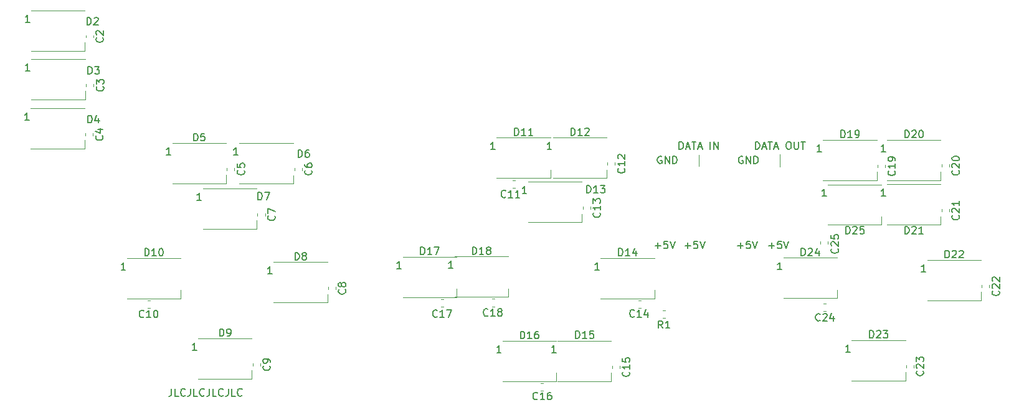
<source format=gbr>
G04 #@! TF.GenerationSoftware,KiCad,Pcbnew,(5.1.6)-1*
G04 #@! TF.CreationDate,2021-02-10T20:40:57+11:00*
G04 #@! TF.ProjectId,ELEC Panel Panel PCB V2,454c4543-2050-4616-9e65-6c2050616e65,rev?*
G04 #@! TF.SameCoordinates,Original*
G04 #@! TF.FileFunction,Legend,Top*
G04 #@! TF.FilePolarity,Positive*
%FSLAX46Y46*%
G04 Gerber Fmt 4.6, Leading zero omitted, Abs format (unit mm)*
G04 Created by KiCad (PCBNEW (5.1.6)-1) date 2021-02-10 20:40:57*
%MOMM*%
%LPD*%
G01*
G04 APERTURE LIST*
%ADD10C,0.150000*%
%ADD11C,0.120000*%
G04 APERTURE END LIST*
D10*
X50255952Y-149802380D02*
X50255952Y-150516666D01*
X50208333Y-150659523D01*
X50113095Y-150754761D01*
X49970238Y-150802380D01*
X49875000Y-150802380D01*
X51208333Y-150802380D02*
X50732142Y-150802380D01*
X50732142Y-149802380D01*
X52113095Y-150707142D02*
X52065476Y-150754761D01*
X51922619Y-150802380D01*
X51827380Y-150802380D01*
X51684523Y-150754761D01*
X51589285Y-150659523D01*
X51541666Y-150564285D01*
X51494047Y-150373809D01*
X51494047Y-150230952D01*
X51541666Y-150040476D01*
X51589285Y-149945238D01*
X51684523Y-149850000D01*
X51827380Y-149802380D01*
X51922619Y-149802380D01*
X52065476Y-149850000D01*
X52113095Y-149897619D01*
X52827380Y-149802380D02*
X52827380Y-150516666D01*
X52779761Y-150659523D01*
X52684523Y-150754761D01*
X52541666Y-150802380D01*
X52446428Y-150802380D01*
X53779761Y-150802380D02*
X53303571Y-150802380D01*
X53303571Y-149802380D01*
X54684523Y-150707142D02*
X54636904Y-150754761D01*
X54494047Y-150802380D01*
X54398809Y-150802380D01*
X54255952Y-150754761D01*
X54160714Y-150659523D01*
X54113095Y-150564285D01*
X54065476Y-150373809D01*
X54065476Y-150230952D01*
X54113095Y-150040476D01*
X54160714Y-149945238D01*
X54255952Y-149850000D01*
X54398809Y-149802380D01*
X54494047Y-149802380D01*
X54636904Y-149850000D01*
X54684523Y-149897619D01*
X55398809Y-149802380D02*
X55398809Y-150516666D01*
X55351190Y-150659523D01*
X55255952Y-150754761D01*
X55113095Y-150802380D01*
X55017857Y-150802380D01*
X56351190Y-150802380D02*
X55875000Y-150802380D01*
X55875000Y-149802380D01*
X57255952Y-150707142D02*
X57208333Y-150754761D01*
X57065476Y-150802380D01*
X56970238Y-150802380D01*
X56827380Y-150754761D01*
X56732142Y-150659523D01*
X56684523Y-150564285D01*
X56636904Y-150373809D01*
X56636904Y-150230952D01*
X56684523Y-150040476D01*
X56732142Y-149945238D01*
X56827380Y-149850000D01*
X56970238Y-149802380D01*
X57065476Y-149802380D01*
X57208333Y-149850000D01*
X57255952Y-149897619D01*
X57970238Y-149802380D02*
X57970238Y-150516666D01*
X57922619Y-150659523D01*
X57827380Y-150754761D01*
X57684523Y-150802380D01*
X57589285Y-150802380D01*
X58922619Y-150802380D02*
X58446428Y-150802380D01*
X58446428Y-149802380D01*
X59827380Y-150707142D02*
X59779761Y-150754761D01*
X59636904Y-150802380D01*
X59541666Y-150802380D01*
X59398809Y-150754761D01*
X59303571Y-150659523D01*
X59255952Y-150564285D01*
X59208333Y-150373809D01*
X59208333Y-150230952D01*
X59255952Y-150040476D01*
X59303571Y-149945238D01*
X59398809Y-149850000D01*
X59541666Y-149802380D01*
X59636904Y-149802380D01*
X59779761Y-149850000D01*
X59827380Y-149897619D01*
D11*
X132900000Y-119600000D02*
X132900000Y-117950000D01*
X121925000Y-118000000D02*
X121925000Y-119550000D01*
D10*
X129615476Y-117202380D02*
X129615476Y-116202380D01*
X129853571Y-116202380D01*
X129996428Y-116250000D01*
X130091666Y-116345238D01*
X130139285Y-116440476D01*
X130186904Y-116630952D01*
X130186904Y-116773809D01*
X130139285Y-116964285D01*
X130091666Y-117059523D01*
X129996428Y-117154761D01*
X129853571Y-117202380D01*
X129615476Y-117202380D01*
X130567857Y-116916666D02*
X131044047Y-116916666D01*
X130472619Y-117202380D02*
X130805952Y-116202380D01*
X131139285Y-117202380D01*
X131329761Y-116202380D02*
X131901190Y-116202380D01*
X131615476Y-117202380D02*
X131615476Y-116202380D01*
X132186904Y-116916666D02*
X132663095Y-116916666D01*
X132091666Y-117202380D02*
X132425000Y-116202380D01*
X132758333Y-117202380D01*
X134044047Y-116202380D02*
X134234523Y-116202380D01*
X134329761Y-116250000D01*
X134425000Y-116345238D01*
X134472619Y-116535714D01*
X134472619Y-116869047D01*
X134425000Y-117059523D01*
X134329761Y-117154761D01*
X134234523Y-117202380D01*
X134044047Y-117202380D01*
X133948809Y-117154761D01*
X133853571Y-117059523D01*
X133805952Y-116869047D01*
X133805952Y-116535714D01*
X133853571Y-116345238D01*
X133948809Y-116250000D01*
X134044047Y-116202380D01*
X134901190Y-116202380D02*
X134901190Y-117011904D01*
X134948809Y-117107142D01*
X134996428Y-117154761D01*
X135091666Y-117202380D01*
X135282142Y-117202380D01*
X135377380Y-117154761D01*
X135425000Y-117107142D01*
X135472619Y-117011904D01*
X135472619Y-116202380D01*
X135805952Y-116202380D02*
X136377380Y-116202380D01*
X136091666Y-117202380D02*
X136091666Y-116202380D01*
X127888095Y-118225000D02*
X127792857Y-118177380D01*
X127650000Y-118177380D01*
X127507142Y-118225000D01*
X127411904Y-118320238D01*
X127364285Y-118415476D01*
X127316666Y-118605952D01*
X127316666Y-118748809D01*
X127364285Y-118939285D01*
X127411904Y-119034523D01*
X127507142Y-119129761D01*
X127650000Y-119177380D01*
X127745238Y-119177380D01*
X127888095Y-119129761D01*
X127935714Y-119082142D01*
X127935714Y-118748809D01*
X127745238Y-118748809D01*
X128364285Y-119177380D02*
X128364285Y-118177380D01*
X128935714Y-119177380D01*
X128935714Y-118177380D01*
X129411904Y-119177380D02*
X129411904Y-118177380D01*
X129650000Y-118177380D01*
X129792857Y-118225000D01*
X129888095Y-118320238D01*
X129935714Y-118415476D01*
X129983333Y-118605952D01*
X129983333Y-118748809D01*
X129935714Y-118939285D01*
X129888095Y-119034523D01*
X129792857Y-119129761D01*
X129650000Y-119177380D01*
X129411904Y-119177380D01*
X131439285Y-130346428D02*
X132201190Y-130346428D01*
X131820238Y-130727380D02*
X131820238Y-129965476D01*
X133153571Y-129727380D02*
X132677380Y-129727380D01*
X132629761Y-130203571D01*
X132677380Y-130155952D01*
X132772619Y-130108333D01*
X133010714Y-130108333D01*
X133105952Y-130155952D01*
X133153571Y-130203571D01*
X133201190Y-130298809D01*
X133201190Y-130536904D01*
X133153571Y-130632142D01*
X133105952Y-130679761D01*
X133010714Y-130727380D01*
X132772619Y-130727380D01*
X132677380Y-130679761D01*
X132629761Y-130632142D01*
X133486904Y-129727380D02*
X133820238Y-130727380D01*
X134153571Y-129727380D01*
X127189285Y-130346428D02*
X127951190Y-130346428D01*
X127570238Y-130727380D02*
X127570238Y-129965476D01*
X128903571Y-129727380D02*
X128427380Y-129727380D01*
X128379761Y-130203571D01*
X128427380Y-130155952D01*
X128522619Y-130108333D01*
X128760714Y-130108333D01*
X128855952Y-130155952D01*
X128903571Y-130203571D01*
X128951190Y-130298809D01*
X128951190Y-130536904D01*
X128903571Y-130632142D01*
X128855952Y-130679761D01*
X128760714Y-130727380D01*
X128522619Y-130727380D01*
X128427380Y-130679761D01*
X128379761Y-130632142D01*
X129236904Y-129727380D02*
X129570238Y-130727380D01*
X129903571Y-129727380D01*
X120039285Y-130346428D02*
X120801190Y-130346428D01*
X120420238Y-130727380D02*
X120420238Y-129965476D01*
X121753571Y-129727380D02*
X121277380Y-129727380D01*
X121229761Y-130203571D01*
X121277380Y-130155952D01*
X121372619Y-130108333D01*
X121610714Y-130108333D01*
X121705952Y-130155952D01*
X121753571Y-130203571D01*
X121801190Y-130298809D01*
X121801190Y-130536904D01*
X121753571Y-130632142D01*
X121705952Y-130679761D01*
X121610714Y-130727380D01*
X121372619Y-130727380D01*
X121277380Y-130679761D01*
X121229761Y-130632142D01*
X122086904Y-129727380D02*
X122420238Y-130727380D01*
X122753571Y-129727380D01*
X115964285Y-130346428D02*
X116726190Y-130346428D01*
X116345238Y-130727380D02*
X116345238Y-129965476D01*
X117678571Y-129727380D02*
X117202380Y-129727380D01*
X117154761Y-130203571D01*
X117202380Y-130155952D01*
X117297619Y-130108333D01*
X117535714Y-130108333D01*
X117630952Y-130155952D01*
X117678571Y-130203571D01*
X117726190Y-130298809D01*
X117726190Y-130536904D01*
X117678571Y-130632142D01*
X117630952Y-130679761D01*
X117535714Y-130727380D01*
X117297619Y-130727380D01*
X117202380Y-130679761D01*
X117154761Y-130632142D01*
X118011904Y-129727380D02*
X118345238Y-130727380D01*
X118678571Y-129727380D01*
X116863095Y-118225000D02*
X116767857Y-118177380D01*
X116625000Y-118177380D01*
X116482142Y-118225000D01*
X116386904Y-118320238D01*
X116339285Y-118415476D01*
X116291666Y-118605952D01*
X116291666Y-118748809D01*
X116339285Y-118939285D01*
X116386904Y-119034523D01*
X116482142Y-119129761D01*
X116625000Y-119177380D01*
X116720238Y-119177380D01*
X116863095Y-119129761D01*
X116910714Y-119082142D01*
X116910714Y-118748809D01*
X116720238Y-118748809D01*
X117339285Y-119177380D02*
X117339285Y-118177380D01*
X117910714Y-119177380D01*
X117910714Y-118177380D01*
X118386904Y-119177380D02*
X118386904Y-118177380D01*
X118625000Y-118177380D01*
X118767857Y-118225000D01*
X118863095Y-118320238D01*
X118910714Y-118415476D01*
X118958333Y-118605952D01*
X118958333Y-118748809D01*
X118910714Y-118939285D01*
X118863095Y-119034523D01*
X118767857Y-119129761D01*
X118625000Y-119177380D01*
X118386904Y-119177380D01*
X119257142Y-117202380D02*
X119257142Y-116202380D01*
X119495238Y-116202380D01*
X119638095Y-116250000D01*
X119733333Y-116345238D01*
X119780952Y-116440476D01*
X119828571Y-116630952D01*
X119828571Y-116773809D01*
X119780952Y-116964285D01*
X119733333Y-117059523D01*
X119638095Y-117154761D01*
X119495238Y-117202380D01*
X119257142Y-117202380D01*
X120209523Y-116916666D02*
X120685714Y-116916666D01*
X120114285Y-117202380D02*
X120447619Y-116202380D01*
X120780952Y-117202380D01*
X120971428Y-116202380D02*
X121542857Y-116202380D01*
X121257142Y-117202380D02*
X121257142Y-116202380D01*
X121828571Y-116916666D02*
X122304761Y-116916666D01*
X121733333Y-117202380D02*
X122066666Y-116202380D01*
X122400000Y-117202380D01*
X123495238Y-117202380D02*
X123495238Y-116202380D01*
X123971428Y-117202380D02*
X123971428Y-116202380D01*
X124542857Y-117202380D01*
X124542857Y-116202380D01*
D11*
G04 #@! TO.C,C25*
X138470000Y-130102779D02*
X138470000Y-129777221D01*
X139490000Y-130102779D02*
X139490000Y-129777221D01*
G04 #@! TO.C,C24*
X139220279Y-139210000D02*
X138894721Y-139210000D01*
X139220279Y-138190000D02*
X138894721Y-138190000D01*
G04 #@! TO.C,C23*
X151110000Y-146589221D02*
X151110000Y-146914779D01*
X150090000Y-146589221D02*
X150090000Y-146914779D01*
G04 #@! TO.C,C22*
X161420000Y-135707221D02*
X161420000Y-136032779D01*
X160400000Y-135707221D02*
X160400000Y-136032779D01*
G04 #@! TO.C,C21*
X155960000Y-125399221D02*
X155960000Y-125724779D01*
X154940000Y-125399221D02*
X154940000Y-125724779D01*
G04 #@! TO.C,C20*
X155960000Y-119299221D02*
X155960000Y-119624779D01*
X154940000Y-119299221D02*
X154940000Y-119624779D01*
G04 #@! TO.C,R1*
X117352779Y-140190000D02*
X117027221Y-140190000D01*
X117352779Y-139170000D02*
X117027221Y-139170000D01*
G04 #@! TO.C,C19*
X147260000Y-119349221D02*
X147260000Y-119674779D01*
X146240000Y-119349221D02*
X146240000Y-119674779D01*
G04 #@! TO.C,C18*
X93849721Y-137590000D02*
X94175279Y-137590000D01*
X93849721Y-138610000D02*
X94175279Y-138610000D01*
G04 #@! TO.C,C17*
X86849721Y-137640000D02*
X87175279Y-137640000D01*
X86849721Y-138660000D02*
X87175279Y-138660000D01*
G04 #@! TO.C,C16*
X100399221Y-149090000D02*
X100724779Y-149090000D01*
X100399221Y-150110000D02*
X100724779Y-150110000D01*
G04 #@! TO.C,C15*
X111160000Y-146699221D02*
X111160000Y-147024779D01*
X110140000Y-146699221D02*
X110140000Y-147024779D01*
G04 #@! TO.C,C14*
X113737221Y-137790000D02*
X114062779Y-137790000D01*
X113737221Y-138810000D02*
X114062779Y-138810000D01*
G04 #@! TO.C,C13*
X107160000Y-125049221D02*
X107160000Y-125374779D01*
X106140000Y-125049221D02*
X106140000Y-125374779D01*
G04 #@! TO.C,C12*
X110510000Y-119025221D02*
X110510000Y-119350779D01*
X109490000Y-119025221D02*
X109490000Y-119350779D01*
G04 #@! TO.C,C11*
X96649721Y-121490000D02*
X96975279Y-121490000D01*
X96649721Y-122510000D02*
X96975279Y-122510000D01*
G04 #@! TO.C,C10*
X46999721Y-137840000D02*
X47325279Y-137840000D01*
X46999721Y-138860000D02*
X47325279Y-138860000D01*
G04 #@! TO.C,C9*
X62310000Y-146375221D02*
X62310000Y-146700779D01*
X61290000Y-146375221D02*
X61290000Y-146700779D01*
G04 #@! TO.C,C8*
X72560000Y-135975221D02*
X72560000Y-136300779D01*
X71540000Y-135975221D02*
X71540000Y-136300779D01*
G04 #@! TO.C,C7*
X62960000Y-125949221D02*
X62960000Y-126274779D01*
X61940000Y-125949221D02*
X61940000Y-126274779D01*
G04 #@! TO.C,C6*
X67960000Y-119749221D02*
X67960000Y-120074779D01*
X66940000Y-119749221D02*
X66940000Y-120074779D01*
G04 #@! TO.C,C5*
X58810000Y-119749221D02*
X58810000Y-120074779D01*
X57790000Y-119749221D02*
X57790000Y-120074779D01*
G04 #@! TO.C,C4*
X39560000Y-115049221D02*
X39560000Y-115374779D01*
X38540000Y-115049221D02*
X38540000Y-115374779D01*
G04 #@! TO.C,C3*
X39660000Y-108349221D02*
X39660000Y-108674779D01*
X38640000Y-108349221D02*
X38640000Y-108674779D01*
G04 #@! TO.C,C2*
X39610000Y-101699221D02*
X39610000Y-102024779D01*
X38590000Y-101699221D02*
X38590000Y-102024779D01*
G04 #@! TO.C,D25*
X139467000Y-122015000D02*
X146767000Y-122015000D01*
X139467000Y-127515000D02*
X146767000Y-127515000D01*
X146767000Y-127515000D02*
X146767000Y-126365000D01*
G04 #@! TO.C,D24*
X133422000Y-131997000D02*
X140722000Y-131997000D01*
X133422000Y-137497000D02*
X140722000Y-137497000D01*
X140722000Y-137497000D02*
X140722000Y-136347000D01*
G04 #@! TO.C,D23*
X142705000Y-143198000D02*
X150005000Y-143198000D01*
X142705000Y-148698000D02*
X150005000Y-148698000D01*
X150005000Y-148698000D02*
X150005000Y-147548000D01*
G04 #@! TO.C,D22*
X152980000Y-132302000D02*
X160280000Y-132302000D01*
X152980000Y-137802000D02*
X160280000Y-137802000D01*
X160280000Y-137802000D02*
X160280000Y-136652000D01*
G04 #@! TO.C,D21*
X147517000Y-121989000D02*
X154817000Y-121989000D01*
X147517000Y-127489000D02*
X154817000Y-127489000D01*
X154817000Y-127489000D02*
X154817000Y-126339000D01*
G04 #@! TO.C,D20*
X147505000Y-115944000D02*
X154805000Y-115944000D01*
X147505000Y-121444000D02*
X154805000Y-121444000D01*
X154805000Y-121444000D02*
X154805000Y-120294000D01*
G04 #@! TO.C,D19*
X138805000Y-115944000D02*
X146105000Y-115944000D01*
X138805000Y-121444000D02*
X146105000Y-121444000D01*
X146105000Y-121444000D02*
X146105000Y-120294000D01*
G04 #@! TO.C,D18*
X88718200Y-131819000D02*
X96018200Y-131819000D01*
X88718200Y-137319000D02*
X96018200Y-137319000D01*
X96018200Y-137319000D02*
X96018200Y-136169000D01*
G04 #@! TO.C,D17*
X81680200Y-131844000D02*
X88980200Y-131844000D01*
X81680200Y-137344000D02*
X88980200Y-137344000D01*
X88980200Y-137344000D02*
X88980200Y-136194000D01*
G04 #@! TO.C,D16*
X95243800Y-143300000D02*
X102543800Y-143300000D01*
X95243800Y-148800000D02*
X102543800Y-148800000D01*
X102543800Y-148800000D02*
X102543800Y-147650000D01*
G04 #@! TO.C,D15*
X102714000Y-143274000D02*
X110014000Y-143274000D01*
X102714000Y-148774000D02*
X110014000Y-148774000D01*
X110014000Y-148774000D02*
X110014000Y-147624000D01*
G04 #@! TO.C,D14*
X108593000Y-132022000D02*
X115893000Y-132022000D01*
X108593000Y-137522000D02*
X115893000Y-137522000D01*
X115893000Y-137522000D02*
X115893000Y-136372000D01*
G04 #@! TO.C,D13*
X98726000Y-121659000D02*
X106026000Y-121659000D01*
X98726000Y-127159000D02*
X106026000Y-127159000D01*
X106026000Y-127159000D02*
X106026000Y-126009000D01*
G04 #@! TO.C,D12*
X102104000Y-115639000D02*
X109404000Y-115639000D01*
X102104000Y-121139000D02*
X109404000Y-121139000D01*
X109404000Y-121139000D02*
X109404000Y-119989000D01*
G04 #@! TO.C,D11*
X94444800Y-115639000D02*
X101744800Y-115639000D01*
X94444800Y-121139000D02*
X101744800Y-121139000D01*
X101744800Y-121139000D02*
X101744800Y-119989000D01*
G04 #@! TO.C,D10*
X44192000Y-132022000D02*
X51492000Y-132022000D01*
X44192000Y-137522000D02*
X51492000Y-137522000D01*
X51492000Y-137522000D02*
X51492000Y-136372000D01*
G04 #@! TO.C,D9*
X53869400Y-142970000D02*
X61169400Y-142970000D01*
X53869400Y-148470000D02*
X61169400Y-148470000D01*
X61169400Y-148470000D02*
X61169400Y-147320000D01*
G04 #@! TO.C,D8*
X64131000Y-132581000D02*
X71431000Y-132581000D01*
X64131000Y-138081000D02*
X71431000Y-138081000D01*
X71431000Y-138081000D02*
X71431000Y-136931000D01*
G04 #@! TO.C,D7*
X54516000Y-122548000D02*
X61816000Y-122548000D01*
X54516000Y-128048000D02*
X61816000Y-128048000D01*
X61816000Y-128048000D02*
X61816000Y-126898000D01*
G04 #@! TO.C,D6*
X59480600Y-116401000D02*
X66780600Y-116401000D01*
X59480600Y-121901000D02*
X66780600Y-121901000D01*
X66780600Y-121901000D02*
X66780600Y-120751000D01*
G04 #@! TO.C,D5*
X50350400Y-116351000D02*
X57650400Y-116351000D01*
X50350400Y-121851000D02*
X57650400Y-121851000D01*
X57650400Y-121851000D02*
X57650400Y-120701000D01*
G04 #@! TO.C,D4*
X31111000Y-111652000D02*
X38411000Y-111652000D01*
X31111000Y-117152000D02*
X38411000Y-117152000D01*
X38411000Y-117152000D02*
X38411000Y-116002000D01*
G04 #@! TO.C,D3*
X31198800Y-104946000D02*
X38498800Y-104946000D01*
X31198800Y-110446000D02*
X38498800Y-110446000D01*
X38498800Y-110446000D02*
X38498800Y-109296000D01*
G04 #@! TO.C,D2*
X31173400Y-98317000D02*
X38473400Y-98317000D01*
X31173400Y-103817000D02*
X38473400Y-103817000D01*
X38473400Y-103817000D02*
X38473400Y-102667000D01*
G04 #@! TO.C,C25*
D10*
X140807142Y-130742857D02*
X140854761Y-130790476D01*
X140902380Y-130933333D01*
X140902380Y-131028571D01*
X140854761Y-131171428D01*
X140759523Y-131266666D01*
X140664285Y-131314285D01*
X140473809Y-131361904D01*
X140330952Y-131361904D01*
X140140476Y-131314285D01*
X140045238Y-131266666D01*
X139950000Y-131171428D01*
X139902380Y-131028571D01*
X139902380Y-130933333D01*
X139950000Y-130790476D01*
X139997619Y-130742857D01*
X139997619Y-130361904D02*
X139950000Y-130314285D01*
X139902380Y-130219047D01*
X139902380Y-129980952D01*
X139950000Y-129885714D01*
X139997619Y-129838095D01*
X140092857Y-129790476D01*
X140188095Y-129790476D01*
X140330952Y-129838095D01*
X140902380Y-130409523D01*
X140902380Y-129790476D01*
X139902380Y-128885714D02*
X139902380Y-129361904D01*
X140378571Y-129409523D01*
X140330952Y-129361904D01*
X140283333Y-129266666D01*
X140283333Y-129028571D01*
X140330952Y-128933333D01*
X140378571Y-128885714D01*
X140473809Y-128838095D01*
X140711904Y-128838095D01*
X140807142Y-128885714D01*
X140854761Y-128933333D01*
X140902380Y-129028571D01*
X140902380Y-129266666D01*
X140854761Y-129361904D01*
X140807142Y-129409523D01*
G04 #@! TO.C,C24*
X138414642Y-140487142D02*
X138367023Y-140534761D01*
X138224166Y-140582380D01*
X138128928Y-140582380D01*
X137986071Y-140534761D01*
X137890833Y-140439523D01*
X137843214Y-140344285D01*
X137795595Y-140153809D01*
X137795595Y-140010952D01*
X137843214Y-139820476D01*
X137890833Y-139725238D01*
X137986071Y-139630000D01*
X138128928Y-139582380D01*
X138224166Y-139582380D01*
X138367023Y-139630000D01*
X138414642Y-139677619D01*
X138795595Y-139677619D02*
X138843214Y-139630000D01*
X138938452Y-139582380D01*
X139176547Y-139582380D01*
X139271785Y-139630000D01*
X139319404Y-139677619D01*
X139367023Y-139772857D01*
X139367023Y-139868095D01*
X139319404Y-140010952D01*
X138747976Y-140582380D01*
X139367023Y-140582380D01*
X140224166Y-139915714D02*
X140224166Y-140582380D01*
X139986071Y-139534761D02*
X139747976Y-140249047D01*
X140367023Y-140249047D01*
G04 #@! TO.C,C23*
X152387142Y-147394857D02*
X152434761Y-147442476D01*
X152482380Y-147585333D01*
X152482380Y-147680571D01*
X152434761Y-147823428D01*
X152339523Y-147918666D01*
X152244285Y-147966285D01*
X152053809Y-148013904D01*
X151910952Y-148013904D01*
X151720476Y-147966285D01*
X151625238Y-147918666D01*
X151530000Y-147823428D01*
X151482380Y-147680571D01*
X151482380Y-147585333D01*
X151530000Y-147442476D01*
X151577619Y-147394857D01*
X151577619Y-147013904D02*
X151530000Y-146966285D01*
X151482380Y-146871047D01*
X151482380Y-146632952D01*
X151530000Y-146537714D01*
X151577619Y-146490095D01*
X151672857Y-146442476D01*
X151768095Y-146442476D01*
X151910952Y-146490095D01*
X152482380Y-147061523D01*
X152482380Y-146442476D01*
X151482380Y-146109142D02*
X151482380Y-145490095D01*
X151863333Y-145823428D01*
X151863333Y-145680571D01*
X151910952Y-145585333D01*
X151958571Y-145537714D01*
X152053809Y-145490095D01*
X152291904Y-145490095D01*
X152387142Y-145537714D01*
X152434761Y-145585333D01*
X152482380Y-145680571D01*
X152482380Y-145966285D01*
X152434761Y-146061523D01*
X152387142Y-146109142D01*
G04 #@! TO.C,C22*
X162697142Y-136512857D02*
X162744761Y-136560476D01*
X162792380Y-136703333D01*
X162792380Y-136798571D01*
X162744761Y-136941428D01*
X162649523Y-137036666D01*
X162554285Y-137084285D01*
X162363809Y-137131904D01*
X162220952Y-137131904D01*
X162030476Y-137084285D01*
X161935238Y-137036666D01*
X161840000Y-136941428D01*
X161792380Y-136798571D01*
X161792380Y-136703333D01*
X161840000Y-136560476D01*
X161887619Y-136512857D01*
X161887619Y-136131904D02*
X161840000Y-136084285D01*
X161792380Y-135989047D01*
X161792380Y-135750952D01*
X161840000Y-135655714D01*
X161887619Y-135608095D01*
X161982857Y-135560476D01*
X162078095Y-135560476D01*
X162220952Y-135608095D01*
X162792380Y-136179523D01*
X162792380Y-135560476D01*
X161887619Y-135179523D02*
X161840000Y-135131904D01*
X161792380Y-135036666D01*
X161792380Y-134798571D01*
X161840000Y-134703333D01*
X161887619Y-134655714D01*
X161982857Y-134608095D01*
X162078095Y-134608095D01*
X162220952Y-134655714D01*
X162792380Y-135227142D01*
X162792380Y-134608095D01*
G04 #@! TO.C,C21*
X157237142Y-126204857D02*
X157284761Y-126252476D01*
X157332380Y-126395333D01*
X157332380Y-126490571D01*
X157284761Y-126633428D01*
X157189523Y-126728666D01*
X157094285Y-126776285D01*
X156903809Y-126823904D01*
X156760952Y-126823904D01*
X156570476Y-126776285D01*
X156475238Y-126728666D01*
X156380000Y-126633428D01*
X156332380Y-126490571D01*
X156332380Y-126395333D01*
X156380000Y-126252476D01*
X156427619Y-126204857D01*
X156427619Y-125823904D02*
X156380000Y-125776285D01*
X156332380Y-125681047D01*
X156332380Y-125442952D01*
X156380000Y-125347714D01*
X156427619Y-125300095D01*
X156522857Y-125252476D01*
X156618095Y-125252476D01*
X156760952Y-125300095D01*
X157332380Y-125871523D01*
X157332380Y-125252476D01*
X157332380Y-124300095D02*
X157332380Y-124871523D01*
X157332380Y-124585809D02*
X156332380Y-124585809D01*
X156475238Y-124681047D01*
X156570476Y-124776285D01*
X156618095Y-124871523D01*
G04 #@! TO.C,C20*
X157237142Y-120104857D02*
X157284761Y-120152476D01*
X157332380Y-120295333D01*
X157332380Y-120390571D01*
X157284761Y-120533428D01*
X157189523Y-120628666D01*
X157094285Y-120676285D01*
X156903809Y-120723904D01*
X156760952Y-120723904D01*
X156570476Y-120676285D01*
X156475238Y-120628666D01*
X156380000Y-120533428D01*
X156332380Y-120390571D01*
X156332380Y-120295333D01*
X156380000Y-120152476D01*
X156427619Y-120104857D01*
X156427619Y-119723904D02*
X156380000Y-119676285D01*
X156332380Y-119581047D01*
X156332380Y-119342952D01*
X156380000Y-119247714D01*
X156427619Y-119200095D01*
X156522857Y-119152476D01*
X156618095Y-119152476D01*
X156760952Y-119200095D01*
X157332380Y-119771523D01*
X157332380Y-119152476D01*
X156332380Y-118533428D02*
X156332380Y-118438190D01*
X156380000Y-118342952D01*
X156427619Y-118295333D01*
X156522857Y-118247714D01*
X156713333Y-118200095D01*
X156951428Y-118200095D01*
X157141904Y-118247714D01*
X157237142Y-118295333D01*
X157284761Y-118342952D01*
X157332380Y-118438190D01*
X157332380Y-118533428D01*
X157284761Y-118628666D01*
X157237142Y-118676285D01*
X157141904Y-118723904D01*
X156951428Y-118771523D01*
X156713333Y-118771523D01*
X156522857Y-118723904D01*
X156427619Y-118676285D01*
X156380000Y-118628666D01*
X156332380Y-118533428D01*
G04 #@! TO.C,R1*
X117023333Y-141562380D02*
X116690000Y-141086190D01*
X116451904Y-141562380D02*
X116451904Y-140562380D01*
X116832857Y-140562380D01*
X116928095Y-140610000D01*
X116975714Y-140657619D01*
X117023333Y-140752857D01*
X117023333Y-140895714D01*
X116975714Y-140990952D01*
X116928095Y-141038571D01*
X116832857Y-141086190D01*
X116451904Y-141086190D01*
X117975714Y-141562380D02*
X117404285Y-141562380D01*
X117690000Y-141562380D02*
X117690000Y-140562380D01*
X117594761Y-140705238D01*
X117499523Y-140800476D01*
X117404285Y-140848095D01*
G04 #@! TO.C,C19*
X148537142Y-120154857D02*
X148584761Y-120202476D01*
X148632380Y-120345333D01*
X148632380Y-120440571D01*
X148584761Y-120583428D01*
X148489523Y-120678666D01*
X148394285Y-120726285D01*
X148203809Y-120773904D01*
X148060952Y-120773904D01*
X147870476Y-120726285D01*
X147775238Y-120678666D01*
X147680000Y-120583428D01*
X147632380Y-120440571D01*
X147632380Y-120345333D01*
X147680000Y-120202476D01*
X147727619Y-120154857D01*
X148632380Y-119202476D02*
X148632380Y-119773904D01*
X148632380Y-119488190D02*
X147632380Y-119488190D01*
X147775238Y-119583428D01*
X147870476Y-119678666D01*
X147918095Y-119773904D01*
X148632380Y-118726285D02*
X148632380Y-118535809D01*
X148584761Y-118440571D01*
X148537142Y-118392952D01*
X148394285Y-118297714D01*
X148203809Y-118250095D01*
X147822857Y-118250095D01*
X147727619Y-118297714D01*
X147680000Y-118345333D01*
X147632380Y-118440571D01*
X147632380Y-118631047D01*
X147680000Y-118726285D01*
X147727619Y-118773904D01*
X147822857Y-118821523D01*
X148060952Y-118821523D01*
X148156190Y-118773904D01*
X148203809Y-118726285D01*
X148251428Y-118631047D01*
X148251428Y-118440571D01*
X148203809Y-118345333D01*
X148156190Y-118297714D01*
X148060952Y-118250095D01*
G04 #@! TO.C,C18*
X93257142Y-139832142D02*
X93209523Y-139879761D01*
X93066666Y-139927380D01*
X92971428Y-139927380D01*
X92828571Y-139879761D01*
X92733333Y-139784523D01*
X92685714Y-139689285D01*
X92638095Y-139498809D01*
X92638095Y-139355952D01*
X92685714Y-139165476D01*
X92733333Y-139070238D01*
X92828571Y-138975000D01*
X92971428Y-138927380D01*
X93066666Y-138927380D01*
X93209523Y-138975000D01*
X93257142Y-139022619D01*
X94209523Y-139927380D02*
X93638095Y-139927380D01*
X93923809Y-139927380D02*
X93923809Y-138927380D01*
X93828571Y-139070238D01*
X93733333Y-139165476D01*
X93638095Y-139213095D01*
X94780952Y-139355952D02*
X94685714Y-139308333D01*
X94638095Y-139260714D01*
X94590476Y-139165476D01*
X94590476Y-139117857D01*
X94638095Y-139022619D01*
X94685714Y-138975000D01*
X94780952Y-138927380D01*
X94971428Y-138927380D01*
X95066666Y-138975000D01*
X95114285Y-139022619D01*
X95161904Y-139117857D01*
X95161904Y-139165476D01*
X95114285Y-139260714D01*
X95066666Y-139308333D01*
X94971428Y-139355952D01*
X94780952Y-139355952D01*
X94685714Y-139403571D01*
X94638095Y-139451190D01*
X94590476Y-139546428D01*
X94590476Y-139736904D01*
X94638095Y-139832142D01*
X94685714Y-139879761D01*
X94780952Y-139927380D01*
X94971428Y-139927380D01*
X95066666Y-139879761D01*
X95114285Y-139832142D01*
X95161904Y-139736904D01*
X95161904Y-139546428D01*
X95114285Y-139451190D01*
X95066666Y-139403571D01*
X94971428Y-139355952D01*
G04 #@! TO.C,C17*
X86357142Y-139982142D02*
X86309523Y-140029761D01*
X86166666Y-140077380D01*
X86071428Y-140077380D01*
X85928571Y-140029761D01*
X85833333Y-139934523D01*
X85785714Y-139839285D01*
X85738095Y-139648809D01*
X85738095Y-139505952D01*
X85785714Y-139315476D01*
X85833333Y-139220238D01*
X85928571Y-139125000D01*
X86071428Y-139077380D01*
X86166666Y-139077380D01*
X86309523Y-139125000D01*
X86357142Y-139172619D01*
X87309523Y-140077380D02*
X86738095Y-140077380D01*
X87023809Y-140077380D02*
X87023809Y-139077380D01*
X86928571Y-139220238D01*
X86833333Y-139315476D01*
X86738095Y-139363095D01*
X87642857Y-139077380D02*
X88309523Y-139077380D01*
X87880952Y-140077380D01*
G04 #@! TO.C,C16*
X100006642Y-151207142D02*
X99959023Y-151254761D01*
X99816166Y-151302380D01*
X99720928Y-151302380D01*
X99578071Y-151254761D01*
X99482833Y-151159523D01*
X99435214Y-151064285D01*
X99387595Y-150873809D01*
X99387595Y-150730952D01*
X99435214Y-150540476D01*
X99482833Y-150445238D01*
X99578071Y-150350000D01*
X99720928Y-150302380D01*
X99816166Y-150302380D01*
X99959023Y-150350000D01*
X100006642Y-150397619D01*
X100959023Y-151302380D02*
X100387595Y-151302380D01*
X100673309Y-151302380D02*
X100673309Y-150302380D01*
X100578071Y-150445238D01*
X100482833Y-150540476D01*
X100387595Y-150588095D01*
X101816166Y-150302380D02*
X101625690Y-150302380D01*
X101530452Y-150350000D01*
X101482833Y-150397619D01*
X101387595Y-150540476D01*
X101339976Y-150730952D01*
X101339976Y-151111904D01*
X101387595Y-151207142D01*
X101435214Y-151254761D01*
X101530452Y-151302380D01*
X101720928Y-151302380D01*
X101816166Y-151254761D01*
X101863785Y-151207142D01*
X101911404Y-151111904D01*
X101911404Y-150873809D01*
X101863785Y-150778571D01*
X101816166Y-150730952D01*
X101720928Y-150683333D01*
X101530452Y-150683333D01*
X101435214Y-150730952D01*
X101387595Y-150778571D01*
X101339976Y-150873809D01*
G04 #@! TO.C,C15*
X112437142Y-147504857D02*
X112484761Y-147552476D01*
X112532380Y-147695333D01*
X112532380Y-147790571D01*
X112484761Y-147933428D01*
X112389523Y-148028666D01*
X112294285Y-148076285D01*
X112103809Y-148123904D01*
X111960952Y-148123904D01*
X111770476Y-148076285D01*
X111675238Y-148028666D01*
X111580000Y-147933428D01*
X111532380Y-147790571D01*
X111532380Y-147695333D01*
X111580000Y-147552476D01*
X111627619Y-147504857D01*
X112532380Y-146552476D02*
X112532380Y-147123904D01*
X112532380Y-146838190D02*
X111532380Y-146838190D01*
X111675238Y-146933428D01*
X111770476Y-147028666D01*
X111818095Y-147123904D01*
X111532380Y-145647714D02*
X111532380Y-146123904D01*
X112008571Y-146171523D01*
X111960952Y-146123904D01*
X111913333Y-146028666D01*
X111913333Y-145790571D01*
X111960952Y-145695333D01*
X112008571Y-145647714D01*
X112103809Y-145600095D01*
X112341904Y-145600095D01*
X112437142Y-145647714D01*
X112484761Y-145695333D01*
X112532380Y-145790571D01*
X112532380Y-146028666D01*
X112484761Y-146123904D01*
X112437142Y-146171523D01*
G04 #@! TO.C,C14*
X113157142Y-139957142D02*
X113109523Y-140004761D01*
X112966666Y-140052380D01*
X112871428Y-140052380D01*
X112728571Y-140004761D01*
X112633333Y-139909523D01*
X112585714Y-139814285D01*
X112538095Y-139623809D01*
X112538095Y-139480952D01*
X112585714Y-139290476D01*
X112633333Y-139195238D01*
X112728571Y-139100000D01*
X112871428Y-139052380D01*
X112966666Y-139052380D01*
X113109523Y-139100000D01*
X113157142Y-139147619D01*
X114109523Y-140052380D02*
X113538095Y-140052380D01*
X113823809Y-140052380D02*
X113823809Y-139052380D01*
X113728571Y-139195238D01*
X113633333Y-139290476D01*
X113538095Y-139338095D01*
X114966666Y-139385714D02*
X114966666Y-140052380D01*
X114728571Y-139004761D02*
X114490476Y-139719047D01*
X115109523Y-139719047D01*
G04 #@! TO.C,C13*
X108437142Y-125854857D02*
X108484761Y-125902476D01*
X108532380Y-126045333D01*
X108532380Y-126140571D01*
X108484761Y-126283428D01*
X108389523Y-126378666D01*
X108294285Y-126426285D01*
X108103809Y-126473904D01*
X107960952Y-126473904D01*
X107770476Y-126426285D01*
X107675238Y-126378666D01*
X107580000Y-126283428D01*
X107532380Y-126140571D01*
X107532380Y-126045333D01*
X107580000Y-125902476D01*
X107627619Y-125854857D01*
X108532380Y-124902476D02*
X108532380Y-125473904D01*
X108532380Y-125188190D02*
X107532380Y-125188190D01*
X107675238Y-125283428D01*
X107770476Y-125378666D01*
X107818095Y-125473904D01*
X107532380Y-124569142D02*
X107532380Y-123950095D01*
X107913333Y-124283428D01*
X107913333Y-124140571D01*
X107960952Y-124045333D01*
X108008571Y-123997714D01*
X108103809Y-123950095D01*
X108341904Y-123950095D01*
X108437142Y-123997714D01*
X108484761Y-124045333D01*
X108532380Y-124140571D01*
X108532380Y-124426285D01*
X108484761Y-124521523D01*
X108437142Y-124569142D01*
G04 #@! TO.C,C12*
X111787142Y-119830857D02*
X111834761Y-119878476D01*
X111882380Y-120021333D01*
X111882380Y-120116571D01*
X111834761Y-120259428D01*
X111739523Y-120354666D01*
X111644285Y-120402285D01*
X111453809Y-120449904D01*
X111310952Y-120449904D01*
X111120476Y-120402285D01*
X111025238Y-120354666D01*
X110930000Y-120259428D01*
X110882380Y-120116571D01*
X110882380Y-120021333D01*
X110930000Y-119878476D01*
X110977619Y-119830857D01*
X111882380Y-118878476D02*
X111882380Y-119449904D01*
X111882380Y-119164190D02*
X110882380Y-119164190D01*
X111025238Y-119259428D01*
X111120476Y-119354666D01*
X111168095Y-119449904D01*
X110977619Y-118497523D02*
X110930000Y-118449904D01*
X110882380Y-118354666D01*
X110882380Y-118116571D01*
X110930000Y-118021333D01*
X110977619Y-117973714D01*
X111072857Y-117926095D01*
X111168095Y-117926095D01*
X111310952Y-117973714D01*
X111882380Y-118545142D01*
X111882380Y-117926095D01*
G04 #@! TO.C,C11*
X95682142Y-123707142D02*
X95634523Y-123754761D01*
X95491666Y-123802380D01*
X95396428Y-123802380D01*
X95253571Y-123754761D01*
X95158333Y-123659523D01*
X95110714Y-123564285D01*
X95063095Y-123373809D01*
X95063095Y-123230952D01*
X95110714Y-123040476D01*
X95158333Y-122945238D01*
X95253571Y-122850000D01*
X95396428Y-122802380D01*
X95491666Y-122802380D01*
X95634523Y-122850000D01*
X95682142Y-122897619D01*
X96634523Y-123802380D02*
X96063095Y-123802380D01*
X96348809Y-123802380D02*
X96348809Y-122802380D01*
X96253571Y-122945238D01*
X96158333Y-123040476D01*
X96063095Y-123088095D01*
X97586904Y-123802380D02*
X97015476Y-123802380D01*
X97301190Y-123802380D02*
X97301190Y-122802380D01*
X97205952Y-122945238D01*
X97110714Y-123040476D01*
X97015476Y-123088095D01*
G04 #@! TO.C,C10*
X46482142Y-140032142D02*
X46434523Y-140079761D01*
X46291666Y-140127380D01*
X46196428Y-140127380D01*
X46053571Y-140079761D01*
X45958333Y-139984523D01*
X45910714Y-139889285D01*
X45863095Y-139698809D01*
X45863095Y-139555952D01*
X45910714Y-139365476D01*
X45958333Y-139270238D01*
X46053571Y-139175000D01*
X46196428Y-139127380D01*
X46291666Y-139127380D01*
X46434523Y-139175000D01*
X46482142Y-139222619D01*
X47434523Y-140127380D02*
X46863095Y-140127380D01*
X47148809Y-140127380D02*
X47148809Y-139127380D01*
X47053571Y-139270238D01*
X46958333Y-139365476D01*
X46863095Y-139413095D01*
X48053571Y-139127380D02*
X48148809Y-139127380D01*
X48244047Y-139175000D01*
X48291666Y-139222619D01*
X48339285Y-139317857D01*
X48386904Y-139508333D01*
X48386904Y-139746428D01*
X48339285Y-139936904D01*
X48291666Y-140032142D01*
X48244047Y-140079761D01*
X48148809Y-140127380D01*
X48053571Y-140127380D01*
X47958333Y-140079761D01*
X47910714Y-140032142D01*
X47863095Y-139936904D01*
X47815476Y-139746428D01*
X47815476Y-139508333D01*
X47863095Y-139317857D01*
X47910714Y-139222619D01*
X47958333Y-139175000D01*
X48053571Y-139127380D01*
G04 #@! TO.C,C9*
X63587142Y-146704666D02*
X63634761Y-146752285D01*
X63682380Y-146895142D01*
X63682380Y-146990380D01*
X63634761Y-147133238D01*
X63539523Y-147228476D01*
X63444285Y-147276095D01*
X63253809Y-147323714D01*
X63110952Y-147323714D01*
X62920476Y-147276095D01*
X62825238Y-147228476D01*
X62730000Y-147133238D01*
X62682380Y-146990380D01*
X62682380Y-146895142D01*
X62730000Y-146752285D01*
X62777619Y-146704666D01*
X63682380Y-146228476D02*
X63682380Y-146038000D01*
X63634761Y-145942761D01*
X63587142Y-145895142D01*
X63444285Y-145799904D01*
X63253809Y-145752285D01*
X62872857Y-145752285D01*
X62777619Y-145799904D01*
X62730000Y-145847523D01*
X62682380Y-145942761D01*
X62682380Y-146133238D01*
X62730000Y-146228476D01*
X62777619Y-146276095D01*
X62872857Y-146323714D01*
X63110952Y-146323714D01*
X63206190Y-146276095D01*
X63253809Y-146228476D01*
X63301428Y-146133238D01*
X63301428Y-145942761D01*
X63253809Y-145847523D01*
X63206190Y-145799904D01*
X63110952Y-145752285D01*
G04 #@! TO.C,C8*
X73837142Y-136304666D02*
X73884761Y-136352285D01*
X73932380Y-136495142D01*
X73932380Y-136590380D01*
X73884761Y-136733238D01*
X73789523Y-136828476D01*
X73694285Y-136876095D01*
X73503809Y-136923714D01*
X73360952Y-136923714D01*
X73170476Y-136876095D01*
X73075238Y-136828476D01*
X72980000Y-136733238D01*
X72932380Y-136590380D01*
X72932380Y-136495142D01*
X72980000Y-136352285D01*
X73027619Y-136304666D01*
X73360952Y-135733238D02*
X73313333Y-135828476D01*
X73265714Y-135876095D01*
X73170476Y-135923714D01*
X73122857Y-135923714D01*
X73027619Y-135876095D01*
X72980000Y-135828476D01*
X72932380Y-135733238D01*
X72932380Y-135542761D01*
X72980000Y-135447523D01*
X73027619Y-135399904D01*
X73122857Y-135352285D01*
X73170476Y-135352285D01*
X73265714Y-135399904D01*
X73313333Y-135447523D01*
X73360952Y-135542761D01*
X73360952Y-135733238D01*
X73408571Y-135828476D01*
X73456190Y-135876095D01*
X73551428Y-135923714D01*
X73741904Y-135923714D01*
X73837142Y-135876095D01*
X73884761Y-135828476D01*
X73932380Y-135733238D01*
X73932380Y-135542761D01*
X73884761Y-135447523D01*
X73837142Y-135399904D01*
X73741904Y-135352285D01*
X73551428Y-135352285D01*
X73456190Y-135399904D01*
X73408571Y-135447523D01*
X73360952Y-135542761D01*
G04 #@! TO.C,C7*
X64237142Y-126278666D02*
X64284761Y-126326285D01*
X64332380Y-126469142D01*
X64332380Y-126564380D01*
X64284761Y-126707238D01*
X64189523Y-126802476D01*
X64094285Y-126850095D01*
X63903809Y-126897714D01*
X63760952Y-126897714D01*
X63570476Y-126850095D01*
X63475238Y-126802476D01*
X63380000Y-126707238D01*
X63332380Y-126564380D01*
X63332380Y-126469142D01*
X63380000Y-126326285D01*
X63427619Y-126278666D01*
X63332380Y-125945333D02*
X63332380Y-125278666D01*
X64332380Y-125707238D01*
G04 #@! TO.C,C6*
X69237142Y-120078666D02*
X69284761Y-120126285D01*
X69332380Y-120269142D01*
X69332380Y-120364380D01*
X69284761Y-120507238D01*
X69189523Y-120602476D01*
X69094285Y-120650095D01*
X68903809Y-120697714D01*
X68760952Y-120697714D01*
X68570476Y-120650095D01*
X68475238Y-120602476D01*
X68380000Y-120507238D01*
X68332380Y-120364380D01*
X68332380Y-120269142D01*
X68380000Y-120126285D01*
X68427619Y-120078666D01*
X68332380Y-119221523D02*
X68332380Y-119412000D01*
X68380000Y-119507238D01*
X68427619Y-119554857D01*
X68570476Y-119650095D01*
X68760952Y-119697714D01*
X69141904Y-119697714D01*
X69237142Y-119650095D01*
X69284761Y-119602476D01*
X69332380Y-119507238D01*
X69332380Y-119316761D01*
X69284761Y-119221523D01*
X69237142Y-119173904D01*
X69141904Y-119126285D01*
X68903809Y-119126285D01*
X68808571Y-119173904D01*
X68760952Y-119221523D01*
X68713333Y-119316761D01*
X68713333Y-119507238D01*
X68760952Y-119602476D01*
X68808571Y-119650095D01*
X68903809Y-119697714D01*
G04 #@! TO.C,C5*
X60087142Y-120078666D02*
X60134761Y-120126285D01*
X60182380Y-120269142D01*
X60182380Y-120364380D01*
X60134761Y-120507238D01*
X60039523Y-120602476D01*
X59944285Y-120650095D01*
X59753809Y-120697714D01*
X59610952Y-120697714D01*
X59420476Y-120650095D01*
X59325238Y-120602476D01*
X59230000Y-120507238D01*
X59182380Y-120364380D01*
X59182380Y-120269142D01*
X59230000Y-120126285D01*
X59277619Y-120078666D01*
X59182380Y-119173904D02*
X59182380Y-119650095D01*
X59658571Y-119697714D01*
X59610952Y-119650095D01*
X59563333Y-119554857D01*
X59563333Y-119316761D01*
X59610952Y-119221523D01*
X59658571Y-119173904D01*
X59753809Y-119126285D01*
X59991904Y-119126285D01*
X60087142Y-119173904D01*
X60134761Y-119221523D01*
X60182380Y-119316761D01*
X60182380Y-119554857D01*
X60134761Y-119650095D01*
X60087142Y-119697714D01*
G04 #@! TO.C,C4*
X40837142Y-115378666D02*
X40884761Y-115426285D01*
X40932380Y-115569142D01*
X40932380Y-115664380D01*
X40884761Y-115807238D01*
X40789523Y-115902476D01*
X40694285Y-115950095D01*
X40503809Y-115997714D01*
X40360952Y-115997714D01*
X40170476Y-115950095D01*
X40075238Y-115902476D01*
X39980000Y-115807238D01*
X39932380Y-115664380D01*
X39932380Y-115569142D01*
X39980000Y-115426285D01*
X40027619Y-115378666D01*
X40265714Y-114521523D02*
X40932380Y-114521523D01*
X39884761Y-114759619D02*
X40599047Y-114997714D01*
X40599047Y-114378666D01*
G04 #@! TO.C,C3*
X40937142Y-108678666D02*
X40984761Y-108726285D01*
X41032380Y-108869142D01*
X41032380Y-108964380D01*
X40984761Y-109107238D01*
X40889523Y-109202476D01*
X40794285Y-109250095D01*
X40603809Y-109297714D01*
X40460952Y-109297714D01*
X40270476Y-109250095D01*
X40175238Y-109202476D01*
X40080000Y-109107238D01*
X40032380Y-108964380D01*
X40032380Y-108869142D01*
X40080000Y-108726285D01*
X40127619Y-108678666D01*
X40032380Y-108345333D02*
X40032380Y-107726285D01*
X40413333Y-108059619D01*
X40413333Y-107916761D01*
X40460952Y-107821523D01*
X40508571Y-107773904D01*
X40603809Y-107726285D01*
X40841904Y-107726285D01*
X40937142Y-107773904D01*
X40984761Y-107821523D01*
X41032380Y-107916761D01*
X41032380Y-108202476D01*
X40984761Y-108297714D01*
X40937142Y-108345333D01*
G04 #@! TO.C,C2*
X40887142Y-102028666D02*
X40934761Y-102076285D01*
X40982380Y-102219142D01*
X40982380Y-102314380D01*
X40934761Y-102457238D01*
X40839523Y-102552476D01*
X40744285Y-102600095D01*
X40553809Y-102647714D01*
X40410952Y-102647714D01*
X40220476Y-102600095D01*
X40125238Y-102552476D01*
X40030000Y-102457238D01*
X39982380Y-102314380D01*
X39982380Y-102219142D01*
X40030000Y-102076285D01*
X40077619Y-102028666D01*
X40077619Y-101647714D02*
X40030000Y-101600095D01*
X39982380Y-101504857D01*
X39982380Y-101266761D01*
X40030000Y-101171523D01*
X40077619Y-101123904D01*
X40172857Y-101076285D01*
X40268095Y-101076285D01*
X40410952Y-101123904D01*
X40982380Y-101695333D01*
X40982380Y-101076285D01*
G04 #@! TO.C,D25*
X141914314Y-128722780D02*
X141914314Y-127722780D01*
X142152409Y-127722780D01*
X142295266Y-127770400D01*
X142390504Y-127865638D01*
X142438123Y-127960876D01*
X142485742Y-128151352D01*
X142485742Y-128294209D01*
X142438123Y-128484685D01*
X142390504Y-128579923D01*
X142295266Y-128675161D01*
X142152409Y-128722780D01*
X141914314Y-128722780D01*
X142866695Y-127818019D02*
X142914314Y-127770400D01*
X143009552Y-127722780D01*
X143247647Y-127722780D01*
X143342885Y-127770400D01*
X143390504Y-127818019D01*
X143438123Y-127913257D01*
X143438123Y-128008495D01*
X143390504Y-128151352D01*
X142819076Y-128722780D01*
X143438123Y-128722780D01*
X144342885Y-127722780D02*
X143866695Y-127722780D01*
X143819076Y-128198971D01*
X143866695Y-128151352D01*
X143961933Y-128103733D01*
X144200028Y-128103733D01*
X144295266Y-128151352D01*
X144342885Y-128198971D01*
X144390504Y-128294209D01*
X144390504Y-128532304D01*
X144342885Y-128627542D01*
X144295266Y-128675161D01*
X144200028Y-128722780D01*
X143961933Y-128722780D01*
X143866695Y-128675161D01*
X143819076Y-128627542D01*
X139252714Y-123617380D02*
X138681285Y-123617380D01*
X138967000Y-123617380D02*
X138967000Y-122617380D01*
X138871761Y-122760238D01*
X138776523Y-122855476D01*
X138681285Y-122903095D01*
G04 #@! TO.C,D24*
X135857714Y-131699380D02*
X135857714Y-130699380D01*
X136095809Y-130699380D01*
X136238666Y-130747000D01*
X136333904Y-130842238D01*
X136381523Y-130937476D01*
X136429142Y-131127952D01*
X136429142Y-131270809D01*
X136381523Y-131461285D01*
X136333904Y-131556523D01*
X136238666Y-131651761D01*
X136095809Y-131699380D01*
X135857714Y-131699380D01*
X136810095Y-130794619D02*
X136857714Y-130747000D01*
X136952952Y-130699380D01*
X137191047Y-130699380D01*
X137286285Y-130747000D01*
X137333904Y-130794619D01*
X137381523Y-130889857D01*
X137381523Y-130985095D01*
X137333904Y-131127952D01*
X136762476Y-131699380D01*
X137381523Y-131699380D01*
X138238666Y-131032714D02*
X138238666Y-131699380D01*
X138000571Y-130651761D02*
X137762476Y-131366047D01*
X138381523Y-131366047D01*
X133207714Y-133599380D02*
X132636285Y-133599380D01*
X132922000Y-133599380D02*
X132922000Y-132599380D01*
X132826761Y-132742238D01*
X132731523Y-132837476D01*
X132636285Y-132885095D01*
G04 #@! TO.C,D23*
X145140714Y-142900380D02*
X145140714Y-141900380D01*
X145378809Y-141900380D01*
X145521666Y-141948000D01*
X145616904Y-142043238D01*
X145664523Y-142138476D01*
X145712142Y-142328952D01*
X145712142Y-142471809D01*
X145664523Y-142662285D01*
X145616904Y-142757523D01*
X145521666Y-142852761D01*
X145378809Y-142900380D01*
X145140714Y-142900380D01*
X146093095Y-141995619D02*
X146140714Y-141948000D01*
X146235952Y-141900380D01*
X146474047Y-141900380D01*
X146569285Y-141948000D01*
X146616904Y-141995619D01*
X146664523Y-142090857D01*
X146664523Y-142186095D01*
X146616904Y-142328952D01*
X146045476Y-142900380D01*
X146664523Y-142900380D01*
X146997857Y-141900380D02*
X147616904Y-141900380D01*
X147283571Y-142281333D01*
X147426428Y-142281333D01*
X147521666Y-142328952D01*
X147569285Y-142376571D01*
X147616904Y-142471809D01*
X147616904Y-142709904D01*
X147569285Y-142805142D01*
X147521666Y-142852761D01*
X147426428Y-142900380D01*
X147140714Y-142900380D01*
X147045476Y-142852761D01*
X146997857Y-142805142D01*
X142490714Y-144800380D02*
X141919285Y-144800380D01*
X142205000Y-144800380D02*
X142205000Y-143800380D01*
X142109761Y-143943238D01*
X142014523Y-144038476D01*
X141919285Y-144086095D01*
G04 #@! TO.C,D22*
X155415714Y-132004380D02*
X155415714Y-131004380D01*
X155653809Y-131004380D01*
X155796666Y-131052000D01*
X155891904Y-131147238D01*
X155939523Y-131242476D01*
X155987142Y-131432952D01*
X155987142Y-131575809D01*
X155939523Y-131766285D01*
X155891904Y-131861523D01*
X155796666Y-131956761D01*
X155653809Y-132004380D01*
X155415714Y-132004380D01*
X156368095Y-131099619D02*
X156415714Y-131052000D01*
X156510952Y-131004380D01*
X156749047Y-131004380D01*
X156844285Y-131052000D01*
X156891904Y-131099619D01*
X156939523Y-131194857D01*
X156939523Y-131290095D01*
X156891904Y-131432952D01*
X156320476Y-132004380D01*
X156939523Y-132004380D01*
X157320476Y-131099619D02*
X157368095Y-131052000D01*
X157463333Y-131004380D01*
X157701428Y-131004380D01*
X157796666Y-131052000D01*
X157844285Y-131099619D01*
X157891904Y-131194857D01*
X157891904Y-131290095D01*
X157844285Y-131432952D01*
X157272857Y-132004380D01*
X157891904Y-132004380D01*
X152765714Y-133904380D02*
X152194285Y-133904380D01*
X152480000Y-133904380D02*
X152480000Y-132904380D01*
X152384761Y-133047238D01*
X152289523Y-133142476D01*
X152194285Y-133190095D01*
G04 #@! TO.C,D21*
X149941114Y-128722180D02*
X149941114Y-127722180D01*
X150179209Y-127722180D01*
X150322066Y-127769800D01*
X150417304Y-127865038D01*
X150464923Y-127960276D01*
X150512542Y-128150752D01*
X150512542Y-128293609D01*
X150464923Y-128484085D01*
X150417304Y-128579323D01*
X150322066Y-128674561D01*
X150179209Y-128722180D01*
X149941114Y-128722180D01*
X150893495Y-127817419D02*
X150941114Y-127769800D01*
X151036352Y-127722180D01*
X151274447Y-127722180D01*
X151369685Y-127769800D01*
X151417304Y-127817419D01*
X151464923Y-127912657D01*
X151464923Y-128007895D01*
X151417304Y-128150752D01*
X150845876Y-128722180D01*
X151464923Y-128722180D01*
X152417304Y-128722180D02*
X151845876Y-128722180D01*
X152131590Y-128722180D02*
X152131590Y-127722180D01*
X152036352Y-127865038D01*
X151941114Y-127960276D01*
X151845876Y-128007895D01*
X147302714Y-123591380D02*
X146731285Y-123591380D01*
X147017000Y-123591380D02*
X147017000Y-122591380D01*
X146921761Y-122734238D01*
X146826523Y-122829476D01*
X146731285Y-122877095D01*
G04 #@! TO.C,D20*
X149940714Y-115646380D02*
X149940714Y-114646380D01*
X150178809Y-114646380D01*
X150321666Y-114694000D01*
X150416904Y-114789238D01*
X150464523Y-114884476D01*
X150512142Y-115074952D01*
X150512142Y-115217809D01*
X150464523Y-115408285D01*
X150416904Y-115503523D01*
X150321666Y-115598761D01*
X150178809Y-115646380D01*
X149940714Y-115646380D01*
X150893095Y-114741619D02*
X150940714Y-114694000D01*
X151035952Y-114646380D01*
X151274047Y-114646380D01*
X151369285Y-114694000D01*
X151416904Y-114741619D01*
X151464523Y-114836857D01*
X151464523Y-114932095D01*
X151416904Y-115074952D01*
X150845476Y-115646380D01*
X151464523Y-115646380D01*
X152083571Y-114646380D02*
X152178809Y-114646380D01*
X152274047Y-114694000D01*
X152321666Y-114741619D01*
X152369285Y-114836857D01*
X152416904Y-115027333D01*
X152416904Y-115265428D01*
X152369285Y-115455904D01*
X152321666Y-115551142D01*
X152274047Y-115598761D01*
X152178809Y-115646380D01*
X152083571Y-115646380D01*
X151988333Y-115598761D01*
X151940714Y-115551142D01*
X151893095Y-115455904D01*
X151845476Y-115265428D01*
X151845476Y-115027333D01*
X151893095Y-114836857D01*
X151940714Y-114741619D01*
X151988333Y-114694000D01*
X152083571Y-114646380D01*
X147290714Y-117546380D02*
X146719285Y-117546380D01*
X147005000Y-117546380D02*
X147005000Y-116546380D01*
X146909761Y-116689238D01*
X146814523Y-116784476D01*
X146719285Y-116832095D01*
G04 #@! TO.C,D19*
X141240714Y-115646380D02*
X141240714Y-114646380D01*
X141478809Y-114646380D01*
X141621666Y-114694000D01*
X141716904Y-114789238D01*
X141764523Y-114884476D01*
X141812142Y-115074952D01*
X141812142Y-115217809D01*
X141764523Y-115408285D01*
X141716904Y-115503523D01*
X141621666Y-115598761D01*
X141478809Y-115646380D01*
X141240714Y-115646380D01*
X142764523Y-115646380D02*
X142193095Y-115646380D01*
X142478809Y-115646380D02*
X142478809Y-114646380D01*
X142383571Y-114789238D01*
X142288333Y-114884476D01*
X142193095Y-114932095D01*
X143240714Y-115646380D02*
X143431190Y-115646380D01*
X143526428Y-115598761D01*
X143574047Y-115551142D01*
X143669285Y-115408285D01*
X143716904Y-115217809D01*
X143716904Y-114836857D01*
X143669285Y-114741619D01*
X143621666Y-114694000D01*
X143526428Y-114646380D01*
X143335952Y-114646380D01*
X143240714Y-114694000D01*
X143193095Y-114741619D01*
X143145476Y-114836857D01*
X143145476Y-115074952D01*
X143193095Y-115170190D01*
X143240714Y-115217809D01*
X143335952Y-115265428D01*
X143526428Y-115265428D01*
X143621666Y-115217809D01*
X143669285Y-115170190D01*
X143716904Y-115074952D01*
X138590714Y-117546380D02*
X138019285Y-117546380D01*
X138305000Y-117546380D02*
X138305000Y-116546380D01*
X138209761Y-116689238D01*
X138114523Y-116784476D01*
X138019285Y-116832095D01*
G04 #@! TO.C,D18*
X91153914Y-131521380D02*
X91153914Y-130521380D01*
X91392009Y-130521380D01*
X91534866Y-130569000D01*
X91630104Y-130664238D01*
X91677723Y-130759476D01*
X91725342Y-130949952D01*
X91725342Y-131092809D01*
X91677723Y-131283285D01*
X91630104Y-131378523D01*
X91534866Y-131473761D01*
X91392009Y-131521380D01*
X91153914Y-131521380D01*
X92677723Y-131521380D02*
X92106295Y-131521380D01*
X92392009Y-131521380D02*
X92392009Y-130521380D01*
X92296771Y-130664238D01*
X92201533Y-130759476D01*
X92106295Y-130807095D01*
X93249152Y-130949952D02*
X93153914Y-130902333D01*
X93106295Y-130854714D01*
X93058676Y-130759476D01*
X93058676Y-130711857D01*
X93106295Y-130616619D01*
X93153914Y-130569000D01*
X93249152Y-130521380D01*
X93439628Y-130521380D01*
X93534866Y-130569000D01*
X93582485Y-130616619D01*
X93630104Y-130711857D01*
X93630104Y-130759476D01*
X93582485Y-130854714D01*
X93534866Y-130902333D01*
X93439628Y-130949952D01*
X93249152Y-130949952D01*
X93153914Y-130997571D01*
X93106295Y-131045190D01*
X93058676Y-131140428D01*
X93058676Y-131330904D01*
X93106295Y-131426142D01*
X93153914Y-131473761D01*
X93249152Y-131521380D01*
X93439628Y-131521380D01*
X93534866Y-131473761D01*
X93582485Y-131426142D01*
X93630104Y-131330904D01*
X93630104Y-131140428D01*
X93582485Y-131045190D01*
X93534866Y-130997571D01*
X93439628Y-130949952D01*
X88503914Y-133421380D02*
X87932485Y-133421380D01*
X88218200Y-133421380D02*
X88218200Y-132421380D01*
X88122961Y-132564238D01*
X88027723Y-132659476D01*
X87932485Y-132707095D01*
G04 #@! TO.C,D17*
X84115914Y-131546380D02*
X84115914Y-130546380D01*
X84354009Y-130546380D01*
X84496866Y-130594000D01*
X84592104Y-130689238D01*
X84639723Y-130784476D01*
X84687342Y-130974952D01*
X84687342Y-131117809D01*
X84639723Y-131308285D01*
X84592104Y-131403523D01*
X84496866Y-131498761D01*
X84354009Y-131546380D01*
X84115914Y-131546380D01*
X85639723Y-131546380D02*
X85068295Y-131546380D01*
X85354009Y-131546380D02*
X85354009Y-130546380D01*
X85258771Y-130689238D01*
X85163533Y-130784476D01*
X85068295Y-130832095D01*
X85973057Y-130546380D02*
X86639723Y-130546380D01*
X86211152Y-131546380D01*
X81465914Y-133446380D02*
X80894485Y-133446380D01*
X81180200Y-133446380D02*
X81180200Y-132446380D01*
X81084961Y-132589238D01*
X80989723Y-132684476D01*
X80894485Y-132732095D01*
G04 #@! TO.C,D16*
X97679514Y-143002380D02*
X97679514Y-142002380D01*
X97917609Y-142002380D01*
X98060466Y-142050000D01*
X98155704Y-142145238D01*
X98203323Y-142240476D01*
X98250942Y-142430952D01*
X98250942Y-142573809D01*
X98203323Y-142764285D01*
X98155704Y-142859523D01*
X98060466Y-142954761D01*
X97917609Y-143002380D01*
X97679514Y-143002380D01*
X99203323Y-143002380D02*
X98631895Y-143002380D01*
X98917609Y-143002380D02*
X98917609Y-142002380D01*
X98822371Y-142145238D01*
X98727133Y-142240476D01*
X98631895Y-142288095D01*
X100060466Y-142002380D02*
X99869990Y-142002380D01*
X99774752Y-142050000D01*
X99727133Y-142097619D01*
X99631895Y-142240476D01*
X99584276Y-142430952D01*
X99584276Y-142811904D01*
X99631895Y-142907142D01*
X99679514Y-142954761D01*
X99774752Y-143002380D01*
X99965228Y-143002380D01*
X100060466Y-142954761D01*
X100108085Y-142907142D01*
X100155704Y-142811904D01*
X100155704Y-142573809D01*
X100108085Y-142478571D01*
X100060466Y-142430952D01*
X99965228Y-142383333D01*
X99774752Y-142383333D01*
X99679514Y-142430952D01*
X99631895Y-142478571D01*
X99584276Y-142573809D01*
X95029514Y-144902380D02*
X94458085Y-144902380D01*
X94743800Y-144902380D02*
X94743800Y-143902380D01*
X94648561Y-144045238D01*
X94553323Y-144140476D01*
X94458085Y-144188095D01*
G04 #@! TO.C,D15*
X105186714Y-142945980D02*
X105186714Y-141945980D01*
X105424809Y-141945980D01*
X105567666Y-141993600D01*
X105662904Y-142088838D01*
X105710523Y-142184076D01*
X105758142Y-142374552D01*
X105758142Y-142517409D01*
X105710523Y-142707885D01*
X105662904Y-142803123D01*
X105567666Y-142898361D01*
X105424809Y-142945980D01*
X105186714Y-142945980D01*
X106710523Y-142945980D02*
X106139095Y-142945980D01*
X106424809Y-142945980D02*
X106424809Y-141945980D01*
X106329571Y-142088838D01*
X106234333Y-142184076D01*
X106139095Y-142231695D01*
X107615285Y-141945980D02*
X107139095Y-141945980D01*
X107091476Y-142422171D01*
X107139095Y-142374552D01*
X107234333Y-142326933D01*
X107472428Y-142326933D01*
X107567666Y-142374552D01*
X107615285Y-142422171D01*
X107662904Y-142517409D01*
X107662904Y-142755504D01*
X107615285Y-142850742D01*
X107567666Y-142898361D01*
X107472428Y-142945980D01*
X107234333Y-142945980D01*
X107139095Y-142898361D01*
X107091476Y-142850742D01*
X102499714Y-144876380D02*
X101928285Y-144876380D01*
X102214000Y-144876380D02*
X102214000Y-143876380D01*
X102118761Y-144019238D01*
X102023523Y-144114476D01*
X101928285Y-144162095D01*
G04 #@! TO.C,D14*
X111028714Y-131724380D02*
X111028714Y-130724380D01*
X111266809Y-130724380D01*
X111409666Y-130772000D01*
X111504904Y-130867238D01*
X111552523Y-130962476D01*
X111600142Y-131152952D01*
X111600142Y-131295809D01*
X111552523Y-131486285D01*
X111504904Y-131581523D01*
X111409666Y-131676761D01*
X111266809Y-131724380D01*
X111028714Y-131724380D01*
X112552523Y-131724380D02*
X111981095Y-131724380D01*
X112266809Y-131724380D02*
X112266809Y-130724380D01*
X112171571Y-130867238D01*
X112076333Y-130962476D01*
X111981095Y-131010095D01*
X113409666Y-131057714D02*
X113409666Y-131724380D01*
X113171571Y-130676761D02*
X112933476Y-131391047D01*
X113552523Y-131391047D01*
X108378714Y-133624380D02*
X107807285Y-133624380D01*
X108093000Y-133624380D02*
X108093000Y-132624380D01*
X107997761Y-132767238D01*
X107902523Y-132862476D01*
X107807285Y-132910095D01*
G04 #@! TO.C,D13*
X106685714Y-123152380D02*
X106685714Y-122152380D01*
X106923809Y-122152380D01*
X107066666Y-122200000D01*
X107161904Y-122295238D01*
X107209523Y-122390476D01*
X107257142Y-122580952D01*
X107257142Y-122723809D01*
X107209523Y-122914285D01*
X107161904Y-123009523D01*
X107066666Y-123104761D01*
X106923809Y-123152380D01*
X106685714Y-123152380D01*
X108209523Y-123152380D02*
X107638095Y-123152380D01*
X107923809Y-123152380D02*
X107923809Y-122152380D01*
X107828571Y-122295238D01*
X107733333Y-122390476D01*
X107638095Y-122438095D01*
X108542857Y-122152380D02*
X109161904Y-122152380D01*
X108828571Y-122533333D01*
X108971428Y-122533333D01*
X109066666Y-122580952D01*
X109114285Y-122628571D01*
X109161904Y-122723809D01*
X109161904Y-122961904D01*
X109114285Y-123057142D01*
X109066666Y-123104761D01*
X108971428Y-123152380D01*
X108685714Y-123152380D01*
X108590476Y-123104761D01*
X108542857Y-123057142D01*
X98511714Y-123261380D02*
X97940285Y-123261380D01*
X98226000Y-123261380D02*
X98226000Y-122261380D01*
X98130761Y-122404238D01*
X98035523Y-122499476D01*
X97940285Y-122547095D01*
G04 #@! TO.C,D12*
X104539714Y-115341380D02*
X104539714Y-114341380D01*
X104777809Y-114341380D01*
X104920666Y-114389000D01*
X105015904Y-114484238D01*
X105063523Y-114579476D01*
X105111142Y-114769952D01*
X105111142Y-114912809D01*
X105063523Y-115103285D01*
X105015904Y-115198523D01*
X104920666Y-115293761D01*
X104777809Y-115341380D01*
X104539714Y-115341380D01*
X106063523Y-115341380D02*
X105492095Y-115341380D01*
X105777809Y-115341380D02*
X105777809Y-114341380D01*
X105682571Y-114484238D01*
X105587333Y-114579476D01*
X105492095Y-114627095D01*
X106444476Y-114436619D02*
X106492095Y-114389000D01*
X106587333Y-114341380D01*
X106825428Y-114341380D01*
X106920666Y-114389000D01*
X106968285Y-114436619D01*
X107015904Y-114531857D01*
X107015904Y-114627095D01*
X106968285Y-114769952D01*
X106396857Y-115341380D01*
X107015904Y-115341380D01*
X101889714Y-117241380D02*
X101318285Y-117241380D01*
X101604000Y-117241380D02*
X101604000Y-116241380D01*
X101508761Y-116384238D01*
X101413523Y-116479476D01*
X101318285Y-116527095D01*
G04 #@! TO.C,D11*
X96880514Y-115341380D02*
X96880514Y-114341380D01*
X97118609Y-114341380D01*
X97261466Y-114389000D01*
X97356704Y-114484238D01*
X97404323Y-114579476D01*
X97451942Y-114769952D01*
X97451942Y-114912809D01*
X97404323Y-115103285D01*
X97356704Y-115198523D01*
X97261466Y-115293761D01*
X97118609Y-115341380D01*
X96880514Y-115341380D01*
X98404323Y-115341380D02*
X97832895Y-115341380D01*
X98118609Y-115341380D02*
X98118609Y-114341380D01*
X98023371Y-114484238D01*
X97928133Y-114579476D01*
X97832895Y-114627095D01*
X99356704Y-115341380D02*
X98785276Y-115341380D01*
X99070990Y-115341380D02*
X99070990Y-114341380D01*
X98975752Y-114484238D01*
X98880514Y-114579476D01*
X98785276Y-114627095D01*
X94230514Y-117241380D02*
X93659085Y-117241380D01*
X93944800Y-117241380D02*
X93944800Y-116241380D01*
X93849561Y-116384238D01*
X93754323Y-116479476D01*
X93659085Y-116527095D01*
G04 #@! TO.C,D10*
X46627714Y-131724380D02*
X46627714Y-130724380D01*
X46865809Y-130724380D01*
X47008666Y-130772000D01*
X47103904Y-130867238D01*
X47151523Y-130962476D01*
X47199142Y-131152952D01*
X47199142Y-131295809D01*
X47151523Y-131486285D01*
X47103904Y-131581523D01*
X47008666Y-131676761D01*
X46865809Y-131724380D01*
X46627714Y-131724380D01*
X48151523Y-131724380D02*
X47580095Y-131724380D01*
X47865809Y-131724380D02*
X47865809Y-130724380D01*
X47770571Y-130867238D01*
X47675333Y-130962476D01*
X47580095Y-131010095D01*
X48770571Y-130724380D02*
X48865809Y-130724380D01*
X48961047Y-130772000D01*
X49008666Y-130819619D01*
X49056285Y-130914857D01*
X49103904Y-131105333D01*
X49103904Y-131343428D01*
X49056285Y-131533904D01*
X49008666Y-131629142D01*
X48961047Y-131676761D01*
X48865809Y-131724380D01*
X48770571Y-131724380D01*
X48675333Y-131676761D01*
X48627714Y-131629142D01*
X48580095Y-131533904D01*
X48532476Y-131343428D01*
X48532476Y-131105333D01*
X48580095Y-130914857D01*
X48627714Y-130819619D01*
X48675333Y-130772000D01*
X48770571Y-130724380D01*
X43977714Y-133624380D02*
X43406285Y-133624380D01*
X43692000Y-133624380D02*
X43692000Y-132624380D01*
X43596761Y-132767238D01*
X43501523Y-132862476D01*
X43406285Y-132910095D01*
G04 #@! TO.C,D9*
X56781304Y-142672380D02*
X56781304Y-141672380D01*
X57019400Y-141672380D01*
X57162257Y-141720000D01*
X57257495Y-141815238D01*
X57305114Y-141910476D01*
X57352733Y-142100952D01*
X57352733Y-142243809D01*
X57305114Y-142434285D01*
X57257495Y-142529523D01*
X57162257Y-142624761D01*
X57019400Y-142672380D01*
X56781304Y-142672380D01*
X57828923Y-142672380D02*
X58019400Y-142672380D01*
X58114638Y-142624761D01*
X58162257Y-142577142D01*
X58257495Y-142434285D01*
X58305114Y-142243809D01*
X58305114Y-141862857D01*
X58257495Y-141767619D01*
X58209876Y-141720000D01*
X58114638Y-141672380D01*
X57924161Y-141672380D01*
X57828923Y-141720000D01*
X57781304Y-141767619D01*
X57733685Y-141862857D01*
X57733685Y-142100952D01*
X57781304Y-142196190D01*
X57828923Y-142243809D01*
X57924161Y-142291428D01*
X58114638Y-142291428D01*
X58209876Y-142243809D01*
X58257495Y-142196190D01*
X58305114Y-142100952D01*
X53655114Y-144572380D02*
X53083685Y-144572380D01*
X53369400Y-144572380D02*
X53369400Y-143572380D01*
X53274161Y-143715238D01*
X53178923Y-143810476D01*
X53083685Y-143858095D01*
G04 #@! TO.C,D8*
X67054504Y-132303380D02*
X67054504Y-131303380D01*
X67292600Y-131303380D01*
X67435457Y-131351000D01*
X67530695Y-131446238D01*
X67578314Y-131541476D01*
X67625933Y-131731952D01*
X67625933Y-131874809D01*
X67578314Y-132065285D01*
X67530695Y-132160523D01*
X67435457Y-132255761D01*
X67292600Y-132303380D01*
X67054504Y-132303380D01*
X68197361Y-131731952D02*
X68102123Y-131684333D01*
X68054504Y-131636714D01*
X68006885Y-131541476D01*
X68006885Y-131493857D01*
X68054504Y-131398619D01*
X68102123Y-131351000D01*
X68197361Y-131303380D01*
X68387838Y-131303380D01*
X68483076Y-131351000D01*
X68530695Y-131398619D01*
X68578314Y-131493857D01*
X68578314Y-131541476D01*
X68530695Y-131636714D01*
X68483076Y-131684333D01*
X68387838Y-131731952D01*
X68197361Y-131731952D01*
X68102123Y-131779571D01*
X68054504Y-131827190D01*
X68006885Y-131922428D01*
X68006885Y-132112904D01*
X68054504Y-132208142D01*
X68102123Y-132255761D01*
X68197361Y-132303380D01*
X68387838Y-132303380D01*
X68483076Y-132255761D01*
X68530695Y-132208142D01*
X68578314Y-132112904D01*
X68578314Y-131922428D01*
X68530695Y-131827190D01*
X68483076Y-131779571D01*
X68387838Y-131731952D01*
X63916714Y-134183380D02*
X63345285Y-134183380D01*
X63631000Y-134183380D02*
X63631000Y-133183380D01*
X63535761Y-133326238D01*
X63440523Y-133421476D01*
X63345285Y-133469095D01*
G04 #@! TO.C,D7*
X62011904Y-124102380D02*
X62011904Y-123102380D01*
X62250000Y-123102380D01*
X62392857Y-123150000D01*
X62488095Y-123245238D01*
X62535714Y-123340476D01*
X62583333Y-123530952D01*
X62583333Y-123673809D01*
X62535714Y-123864285D01*
X62488095Y-123959523D01*
X62392857Y-124054761D01*
X62250000Y-124102380D01*
X62011904Y-124102380D01*
X62916666Y-123102380D02*
X63583333Y-123102380D01*
X63154761Y-124102380D01*
X54301714Y-124150380D02*
X53730285Y-124150380D01*
X54016000Y-124150380D02*
X54016000Y-123150380D01*
X53920761Y-123293238D01*
X53825523Y-123388476D01*
X53730285Y-123436095D01*
G04 #@! TO.C,D6*
X67461904Y-118302380D02*
X67461904Y-117302380D01*
X67700000Y-117302380D01*
X67842857Y-117350000D01*
X67938095Y-117445238D01*
X67985714Y-117540476D01*
X68033333Y-117730952D01*
X68033333Y-117873809D01*
X67985714Y-118064285D01*
X67938095Y-118159523D01*
X67842857Y-118254761D01*
X67700000Y-118302380D01*
X67461904Y-118302380D01*
X68890476Y-117302380D02*
X68700000Y-117302380D01*
X68604761Y-117350000D01*
X68557142Y-117397619D01*
X68461904Y-117540476D01*
X68414285Y-117730952D01*
X68414285Y-118111904D01*
X68461904Y-118207142D01*
X68509523Y-118254761D01*
X68604761Y-118302380D01*
X68795238Y-118302380D01*
X68890476Y-118254761D01*
X68938095Y-118207142D01*
X68985714Y-118111904D01*
X68985714Y-117873809D01*
X68938095Y-117778571D01*
X68890476Y-117730952D01*
X68795238Y-117683333D01*
X68604761Y-117683333D01*
X68509523Y-117730952D01*
X68461904Y-117778571D01*
X68414285Y-117873809D01*
X59266314Y-118003380D02*
X58694885Y-118003380D01*
X58980600Y-118003380D02*
X58980600Y-117003380D01*
X58885361Y-117146238D01*
X58790123Y-117241476D01*
X58694885Y-117289095D01*
G04 #@! TO.C,D5*
X53262304Y-116073580D02*
X53262304Y-115073580D01*
X53500400Y-115073580D01*
X53643257Y-115121200D01*
X53738495Y-115216438D01*
X53786114Y-115311676D01*
X53833733Y-115502152D01*
X53833733Y-115645009D01*
X53786114Y-115835485D01*
X53738495Y-115930723D01*
X53643257Y-116025961D01*
X53500400Y-116073580D01*
X53262304Y-116073580D01*
X54738495Y-115073580D02*
X54262304Y-115073580D01*
X54214685Y-115549771D01*
X54262304Y-115502152D01*
X54357542Y-115454533D01*
X54595638Y-115454533D01*
X54690876Y-115502152D01*
X54738495Y-115549771D01*
X54786114Y-115645009D01*
X54786114Y-115883104D01*
X54738495Y-115978342D01*
X54690876Y-116025961D01*
X54595638Y-116073580D01*
X54357542Y-116073580D01*
X54262304Y-116025961D01*
X54214685Y-115978342D01*
X50136114Y-117953380D02*
X49564685Y-117953380D01*
X49850400Y-117953380D02*
X49850400Y-116953380D01*
X49755161Y-117096238D01*
X49659923Y-117191476D01*
X49564685Y-117239095D01*
G04 #@! TO.C,D4*
X38886904Y-113627380D02*
X38886904Y-112627380D01*
X39125000Y-112627380D01*
X39267857Y-112675000D01*
X39363095Y-112770238D01*
X39410714Y-112865476D01*
X39458333Y-113055952D01*
X39458333Y-113198809D01*
X39410714Y-113389285D01*
X39363095Y-113484523D01*
X39267857Y-113579761D01*
X39125000Y-113627380D01*
X38886904Y-113627380D01*
X40315476Y-112960714D02*
X40315476Y-113627380D01*
X40077380Y-112579761D02*
X39839285Y-113294047D01*
X40458333Y-113294047D01*
X30896714Y-113254380D02*
X30325285Y-113254380D01*
X30611000Y-113254380D02*
X30611000Y-112254380D01*
X30515761Y-112397238D01*
X30420523Y-112492476D01*
X30325285Y-112540095D01*
G04 #@! TO.C,D3*
X38911904Y-106977380D02*
X38911904Y-105977380D01*
X39150000Y-105977380D01*
X39292857Y-106025000D01*
X39388095Y-106120238D01*
X39435714Y-106215476D01*
X39483333Y-106405952D01*
X39483333Y-106548809D01*
X39435714Y-106739285D01*
X39388095Y-106834523D01*
X39292857Y-106929761D01*
X39150000Y-106977380D01*
X38911904Y-106977380D01*
X39816666Y-105977380D02*
X40435714Y-105977380D01*
X40102380Y-106358333D01*
X40245238Y-106358333D01*
X40340476Y-106405952D01*
X40388095Y-106453571D01*
X40435714Y-106548809D01*
X40435714Y-106786904D01*
X40388095Y-106882142D01*
X40340476Y-106929761D01*
X40245238Y-106977380D01*
X39959523Y-106977380D01*
X39864285Y-106929761D01*
X39816666Y-106882142D01*
X30984514Y-106548380D02*
X30413085Y-106548380D01*
X30698800Y-106548380D02*
X30698800Y-105548380D01*
X30603561Y-105691238D01*
X30508323Y-105786476D01*
X30413085Y-105834095D01*
G04 #@! TO.C,D2*
X38761904Y-100277380D02*
X38761904Y-99277380D01*
X39000000Y-99277380D01*
X39142857Y-99325000D01*
X39238095Y-99420238D01*
X39285714Y-99515476D01*
X39333333Y-99705952D01*
X39333333Y-99848809D01*
X39285714Y-100039285D01*
X39238095Y-100134523D01*
X39142857Y-100229761D01*
X39000000Y-100277380D01*
X38761904Y-100277380D01*
X39714285Y-99372619D02*
X39761904Y-99325000D01*
X39857142Y-99277380D01*
X40095238Y-99277380D01*
X40190476Y-99325000D01*
X40238095Y-99372619D01*
X40285714Y-99467857D01*
X40285714Y-99563095D01*
X40238095Y-99705952D01*
X39666666Y-100277380D01*
X40285714Y-100277380D01*
X30959114Y-99919380D02*
X30387685Y-99919380D01*
X30673400Y-99919380D02*
X30673400Y-98919380D01*
X30578161Y-99062238D01*
X30482923Y-99157476D01*
X30387685Y-99205095D01*
G04 #@! TD*
M02*

</source>
